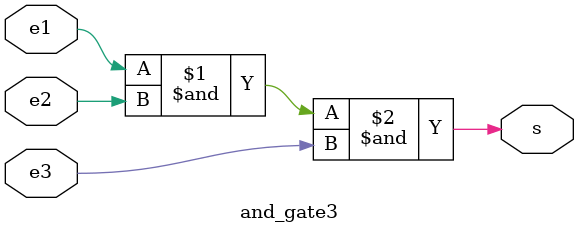
<source format=v>
module and_gate3 (e1, e2, e3, s);
    input e1;
    input e2;
    input e3;
    output s;


    assign s = e1 & e2 & e3;

endmodule


//module reg_lin(X, s):



//end module
</source>
